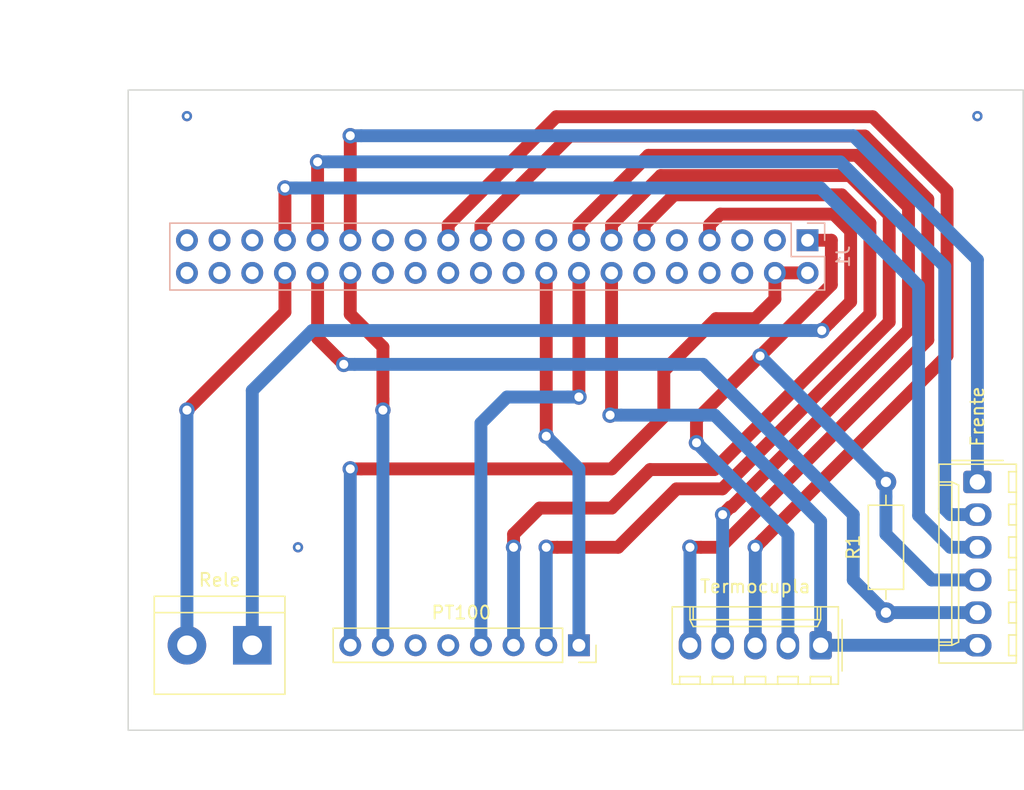
<source format=kicad_pcb>
(kicad_pcb (version 20171130) (host pcbnew "(5.1.2)-2")

  (general
    (thickness 1.6)
    (drawings 7)
    (tracks 166)
    (zones 0)
    (modules 6)
    (nets 16)
  )

  (page A4)
  (layers
    (0 F.Cu signal)
    (31 B.Cu signal)
    (32 B.Adhes user hide)
    (33 F.Adhes user hide)
    (34 B.Paste user hide)
    (35 F.Paste user hide)
    (36 B.SilkS user)
    (37 F.SilkS user)
    (38 B.Mask user hide)
    (39 F.Mask user hide)
    (40 Dwgs.User user)
    (41 Cmts.User user)
    (42 Eco1.User user)
    (43 Eco2.User user)
    (44 Edge.Cuts user)
    (45 Margin user hide)
    (46 B.CrtYd user hide)
    (47 F.CrtYd user hide)
    (48 B.Fab user hide)
    (49 F.Fab user hide)
  )

  (setup
    (last_trace_width 0.25)
    (user_trace_width 1)
    (trace_clearance 0.2)
    (zone_clearance 0.508)
    (zone_45_only no)
    (trace_min 0.2)
    (via_size 0.8)
    (via_drill 0.4)
    (via_min_size 0.4)
    (via_min_drill 0.3)
    (user_via 1.2 0.7)
    (uvia_size 0.3)
    (uvia_drill 0.1)
    (uvias_allowed no)
    (uvia_min_size 0.2)
    (uvia_min_drill 0.1)
    (edge_width 0.05)
    (segment_width 0.2)
    (pcb_text_width 0.3)
    (pcb_text_size 1.5 1.5)
    (mod_edge_width 0.12)
    (mod_text_size 1 1)
    (mod_text_width 0.15)
    (pad_size 1.524 1.524)
    (pad_drill 0.762)
    (pad_to_mask_clearance 0.051)
    (solder_mask_min_width 0.25)
    (aux_axis_origin 0 0)
    (visible_elements 7FFFFFFF)
    (pcbplotparams
      (layerselection 0x010fc_ffffffff)
      (usegerberextensions false)
      (usegerberattributes false)
      (usegerberadvancedattributes false)
      (creategerberjobfile false)
      (excludeedgelayer true)
      (linewidth 0.100000)
      (plotframeref false)
      (viasonmask false)
      (mode 1)
      (useauxorigin false)
      (hpglpennumber 1)
      (hpglpenspeed 20)
      (hpglpendiameter 15.000000)
      (psnegative false)
      (psa4output false)
      (plotreference true)
      (plotvalue true)
      (plotinvisibletext false)
      (padsonsilk false)
      (subtractmaskfromsilk false)
      (outputformat 1)
      (mirror false)
      (drillshape 1)
      (scaleselection 1)
      (outputdirectory ""))
  )

  (net 0 "")
  (net 1 /3v3)
  (net 2 /5v)
  (net 3 GND)
  (net 4 /r_out)
  (net 5 /p_clk)
  (net 6 /p_cs)
  (net 7 /t_cs)
  (net 8 /p_mosi)
  (net 9 /p_miso)
  (net 10 /t_miso)
  (net 11 /t_clk)
  (net 12 /led_1)
  (net 13 /led_2)
  (net 14 /b_out)
  (net 15 /led_3)

  (net_class Default "Esta es la clase de red por defecto."
    (clearance 0.2)
    (trace_width 0.25)
    (via_dia 0.8)
    (via_drill 0.4)
    (uvia_dia 0.3)
    (uvia_drill 0.1)
  )

  (net_class 1m ""
    (clearance 0.5)
    (trace_width 1)
    (via_dia 1.2)
    (via_drill 0.7)
    (uvia_dia 0.3)
    (uvia_drill 0.1)
  )

  (net_class "1m 2" ""
    (clearance 0.5)
    (trace_width 1)
    (via_dia 1)
    (via_drill 0.4)
    (uvia_dia 0.3)
    (uvia_drill 0.1)
    (add_net /3v3)
    (add_net /5v)
    (add_net /b_out)
    (add_net /led_1)
    (add_net /led_2)
    (add_net /led_3)
    (add_net /p_clk)
    (add_net /p_cs)
    (add_net /p_miso)
    (add_net /p_mosi)
    (add_net /r_out)
    (add_net /t_clk)
    (add_net /t_cs)
    (add_net /t_miso)
    (add_net GND)
  )

  (module Connector_PinSocket_2.54mm:PinSocket_2x20_P2.54mm_Vertical (layer B.Cu) (tedit 5A19A433) (tstamp 5DC8E749)
    (at 154.432 86.868 90)
    (descr "Through hole straight socket strip, 2x20, 2.54mm pitch, double cols (from Kicad 4.0.7), script generated")
    (tags "Through hole socket strip THT 2x20 2.54mm double row")
    (path /5DC858BB)
    (fp_text reference J1 (at -1.27 2.77 90) (layer B.SilkS)
      (effects (font (size 1 1) (thickness 0.15)) (justify mirror))
    )
    (fp_text value "Raspberry Pi" (at -1.27 -51.03 90) (layer B.Fab)
      (effects (font (size 1 1) (thickness 0.15)) (justify mirror))
    )
    (fp_line (start -3.81 1.27) (end 0.27 1.27) (layer B.Fab) (width 0.1))
    (fp_line (start 0.27 1.27) (end 1.27 0.27) (layer B.Fab) (width 0.1))
    (fp_line (start 1.27 0.27) (end 1.27 -49.53) (layer B.Fab) (width 0.1))
    (fp_line (start 1.27 -49.53) (end -3.81 -49.53) (layer B.Fab) (width 0.1))
    (fp_line (start -3.81 -49.53) (end -3.81 1.27) (layer B.Fab) (width 0.1))
    (fp_line (start -3.87 1.33) (end -1.27 1.33) (layer B.SilkS) (width 0.12))
    (fp_line (start -3.87 1.33) (end -3.87 -49.59) (layer B.SilkS) (width 0.12))
    (fp_line (start -3.87 -49.59) (end 1.33 -49.59) (layer B.SilkS) (width 0.12))
    (fp_line (start 1.33 -1.27) (end 1.33 -49.59) (layer B.SilkS) (width 0.12))
    (fp_line (start -1.27 -1.27) (end 1.33 -1.27) (layer B.SilkS) (width 0.12))
    (fp_line (start -1.27 1.33) (end -1.27 -1.27) (layer B.SilkS) (width 0.12))
    (fp_line (start 1.33 1.33) (end 1.33 0) (layer B.SilkS) (width 0.12))
    (fp_line (start 0 1.33) (end 1.33 1.33) (layer B.SilkS) (width 0.12))
    (fp_line (start -4.34 1.8) (end 1.76 1.8) (layer B.CrtYd) (width 0.05))
    (fp_line (start 1.76 1.8) (end 1.76 -50) (layer B.CrtYd) (width 0.05))
    (fp_line (start 1.76 -50) (end -4.34 -50) (layer B.CrtYd) (width 0.05))
    (fp_line (start -4.34 -50) (end -4.34 1.8) (layer B.CrtYd) (width 0.05))
    (fp_text user %R (at -1.27 -24.13 180) (layer B.Fab)
      (effects (font (size 1 1) (thickness 0.15)) (justify mirror))
    )
    (pad 1 thru_hole rect (at 0 0 90) (size 1.7 1.7) (drill 1) (layers *.Cu *.Mask)
      (net 1 /3v3))
    (pad 2 thru_hole oval (at -2.54 0 90) (size 1.7 1.7) (drill 1) (layers *.Cu *.Mask)
      (net 2 /5v))
    (pad 3 thru_hole oval (at 0 -2.54 90) (size 1.7 1.7) (drill 1) (layers *.Cu *.Mask))
    (pad 4 thru_hole oval (at -2.54 -2.54 90) (size 1.7 1.7) (drill 1) (layers *.Cu *.Mask)
      (net 2 /5v))
    (pad 5 thru_hole oval (at 0 -5.08 90) (size 1.7 1.7) (drill 1) (layers *.Cu *.Mask))
    (pad 6 thru_hole oval (at -2.54 -5.08 90) (size 1.7 1.7) (drill 1) (layers *.Cu *.Mask)
      (net 3 GND))
    (pad 7 thru_hole oval (at 0 -7.62 90) (size 1.7 1.7) (drill 1) (layers *.Cu *.Mask)
      (net 4 /r_out))
    (pad 8 thru_hole oval (at -2.54 -7.62 90) (size 1.7 1.7) (drill 1) (layers *.Cu *.Mask))
    (pad 9 thru_hole oval (at 0 -10.16 90) (size 1.7 1.7) (drill 1) (layers *.Cu *.Mask))
    (pad 10 thru_hole oval (at -2.54 -10.16 90) (size 1.7 1.7) (drill 1) (layers *.Cu *.Mask))
    (pad 11 thru_hole oval (at 0 -12.7 90) (size 1.7 1.7) (drill 1) (layers *.Cu *.Mask)
      (net 5 /p_clk))
    (pad 12 thru_hole oval (at -2.54 -12.7 90) (size 1.7 1.7) (drill 1) (layers *.Cu *.Mask))
    (pad 13 thru_hole oval (at 0 -15.24 90) (size 1.7 1.7) (drill 1) (layers *.Cu *.Mask)
      (net 6 /p_cs))
    (pad 14 thru_hole oval (at -2.54 -15.24 90) (size 1.7 1.7) (drill 1) (layers *.Cu *.Mask)
      (net 3 GND))
    (pad 15 thru_hole oval (at 0 -17.78 90) (size 1.7 1.7) (drill 1) (layers *.Cu *.Mask)
      (net 7 /t_cs))
    (pad 16 thru_hole oval (at -2.54 -17.78 90) (size 1.7 1.7) (drill 1) (layers *.Cu *.Mask)
      (net 8 /p_mosi))
    (pad 17 thru_hole oval (at 0 -20.32 90) (size 1.7 1.7) (drill 1) (layers *.Cu *.Mask))
    (pad 18 thru_hole oval (at -2.54 -20.32 90) (size 1.7 1.7) (drill 1) (layers *.Cu *.Mask)
      (net 9 /p_miso))
    (pad 19 thru_hole oval (at 0 -22.86 90) (size 1.7 1.7) (drill 1) (layers *.Cu *.Mask))
    (pad 20 thru_hole oval (at -2.54 -22.86 90) (size 1.7 1.7) (drill 1) (layers *.Cu *.Mask)
      (net 3 GND))
    (pad 21 thru_hole oval (at 0 -25.4 90) (size 1.7 1.7) (drill 1) (layers *.Cu *.Mask)
      (net 10 /t_miso))
    (pad 22 thru_hole oval (at -2.54 -25.4 90) (size 1.7 1.7) (drill 1) (layers *.Cu *.Mask))
    (pad 23 thru_hole oval (at 0 -27.94 90) (size 1.7 1.7) (drill 1) (layers *.Cu *.Mask)
      (net 11 /t_clk))
    (pad 24 thru_hole oval (at -2.54 -27.94 90) (size 1.7 1.7) (drill 1) (layers *.Cu *.Mask))
    (pad 25 thru_hole oval (at 0 -30.48 90) (size 1.7 1.7) (drill 1) (layers *.Cu *.Mask))
    (pad 26 thru_hole oval (at -2.54 -30.48 90) (size 1.7 1.7) (drill 1) (layers *.Cu *.Mask))
    (pad 27 thru_hole oval (at 0 -33.02 90) (size 1.7 1.7) (drill 1) (layers *.Cu *.Mask))
    (pad 28 thru_hole oval (at -2.54 -33.02 90) (size 1.7 1.7) (drill 1) (layers *.Cu *.Mask))
    (pad 29 thru_hole oval (at 0 -35.56 90) (size 1.7 1.7) (drill 1) (layers *.Cu *.Mask)
      (net 12 /led_1))
    (pad 30 thru_hole oval (at -2.54 -35.56 90) (size 1.7 1.7) (drill 1) (layers *.Cu *.Mask)
      (net 3 GND))
    (pad 31 thru_hole oval (at 0 -38.1 90) (size 1.7 1.7) (drill 1) (layers *.Cu *.Mask)
      (net 13 /led_2))
    (pad 32 thru_hole oval (at -2.54 -38.1 90) (size 1.7 1.7) (drill 1) (layers *.Cu *.Mask)
      (net 14 /b_out))
    (pad 33 thru_hole oval (at 0 -40.64 90) (size 1.7 1.7) (drill 1) (layers *.Cu *.Mask)
      (net 15 /led_3))
    (pad 34 thru_hole oval (at -2.54 -40.64 90) (size 1.7 1.7) (drill 1) (layers *.Cu *.Mask)
      (net 3 GND))
    (pad 35 thru_hole oval (at 0 -43.18 90) (size 1.7 1.7) (drill 1) (layers *.Cu *.Mask))
    (pad 36 thru_hole oval (at -2.54 -43.18 90) (size 1.7 1.7) (drill 1) (layers *.Cu *.Mask))
    (pad 37 thru_hole oval (at 0 -45.72 90) (size 1.7 1.7) (drill 1) (layers *.Cu *.Mask))
    (pad 38 thru_hole oval (at -2.54 -45.72 90) (size 1.7 1.7) (drill 1) (layers *.Cu *.Mask))
    (pad 39 thru_hole oval (at 0 -48.26 90) (size 1.7 1.7) (drill 1) (layers *.Cu *.Mask))
    (pad 40 thru_hole oval (at -2.54 -48.26 90) (size 1.7 1.7) (drill 1) (layers *.Cu *.Mask))
    (model ${KISYS3DMOD}/Connector_PinSocket_2.54mm.3dshapes/PinSocket_2x20_P2.54mm_Vertical.wrl
      (at (xyz 0 0 0))
      (scale (xyz 1 1 1))
      (rotate (xyz 0 0 0))
    )
  )

  (module Connector_Molex:Molex_KK-254_AE-6410-05A_1x05_P2.54mm_Vertical (layer F.Cu) (tedit 5B78013E) (tstamp 5E41D859)
    (at 155.448 118.364 180)
    (descr "Molex KK-254 Interconnect System, old/engineering part number: AE-6410-05A example for new part number: 22-27-2051, 5 Pins (http://www.molex.com/pdm_docs/sd/022272021_sd.pdf), generated with kicad-footprint-generator")
    (tags "connector Molex KK-254 side entry")
    (path /5DC83F29)
    (fp_text reference Termocupla (at 5.08 4.572) (layer F.SilkS)
      (effects (font (size 1 1) (thickness 0.15)))
    )
    (fp_text value Termocupla (at 5.08 4.08) (layer F.Fab)
      (effects (font (size 1 1) (thickness 0.15)))
    )
    (fp_line (start -1.27 -2.92) (end -1.27 2.88) (layer F.Fab) (width 0.1))
    (fp_line (start -1.27 2.88) (end 11.43 2.88) (layer F.Fab) (width 0.1))
    (fp_line (start 11.43 2.88) (end 11.43 -2.92) (layer F.Fab) (width 0.1))
    (fp_line (start 11.43 -2.92) (end -1.27 -2.92) (layer F.Fab) (width 0.1))
    (fp_line (start -1.38 -3.03) (end -1.38 2.99) (layer F.SilkS) (width 0.12))
    (fp_line (start -1.38 2.99) (end 11.54 2.99) (layer F.SilkS) (width 0.12))
    (fp_line (start 11.54 2.99) (end 11.54 -3.03) (layer F.SilkS) (width 0.12))
    (fp_line (start 11.54 -3.03) (end -1.38 -3.03) (layer F.SilkS) (width 0.12))
    (fp_line (start -1.67 -2) (end -1.67 2) (layer F.SilkS) (width 0.12))
    (fp_line (start -1.27 -0.5) (end -0.562893 0) (layer F.Fab) (width 0.1))
    (fp_line (start -0.562893 0) (end -1.27 0.5) (layer F.Fab) (width 0.1))
    (fp_line (start 0 2.99) (end 0 1.99) (layer F.SilkS) (width 0.12))
    (fp_line (start 0 1.99) (end 10.16 1.99) (layer F.SilkS) (width 0.12))
    (fp_line (start 10.16 1.99) (end 10.16 2.99) (layer F.SilkS) (width 0.12))
    (fp_line (start 0 1.99) (end 0.25 1.46) (layer F.SilkS) (width 0.12))
    (fp_line (start 0.25 1.46) (end 9.91 1.46) (layer F.SilkS) (width 0.12))
    (fp_line (start 9.91 1.46) (end 10.16 1.99) (layer F.SilkS) (width 0.12))
    (fp_line (start 0.25 2.99) (end 0.25 1.99) (layer F.SilkS) (width 0.12))
    (fp_line (start 9.91 2.99) (end 9.91 1.99) (layer F.SilkS) (width 0.12))
    (fp_line (start -0.8 -3.03) (end -0.8 -2.43) (layer F.SilkS) (width 0.12))
    (fp_line (start -0.8 -2.43) (end 0.8 -2.43) (layer F.SilkS) (width 0.12))
    (fp_line (start 0.8 -2.43) (end 0.8 -3.03) (layer F.SilkS) (width 0.12))
    (fp_line (start 1.74 -3.03) (end 1.74 -2.43) (layer F.SilkS) (width 0.12))
    (fp_line (start 1.74 -2.43) (end 3.34 -2.43) (layer F.SilkS) (width 0.12))
    (fp_line (start 3.34 -2.43) (end 3.34 -3.03) (layer F.SilkS) (width 0.12))
    (fp_line (start 4.28 -3.03) (end 4.28 -2.43) (layer F.SilkS) (width 0.12))
    (fp_line (start 4.28 -2.43) (end 5.88 -2.43) (layer F.SilkS) (width 0.12))
    (fp_line (start 5.88 -2.43) (end 5.88 -3.03) (layer F.SilkS) (width 0.12))
    (fp_line (start 6.82 -3.03) (end 6.82 -2.43) (layer F.SilkS) (width 0.12))
    (fp_line (start 6.82 -2.43) (end 8.42 -2.43) (layer F.SilkS) (width 0.12))
    (fp_line (start 8.42 -2.43) (end 8.42 -3.03) (layer F.SilkS) (width 0.12))
    (fp_line (start 9.36 -3.03) (end 9.36 -2.43) (layer F.SilkS) (width 0.12))
    (fp_line (start 9.36 -2.43) (end 10.96 -2.43) (layer F.SilkS) (width 0.12))
    (fp_line (start 10.96 -2.43) (end 10.96 -3.03) (layer F.SilkS) (width 0.12))
    (fp_line (start -1.77 -3.42) (end -1.77 3.38) (layer F.CrtYd) (width 0.05))
    (fp_line (start -1.77 3.38) (end 11.93 3.38) (layer F.CrtYd) (width 0.05))
    (fp_line (start 11.93 3.38) (end 11.93 -3.42) (layer F.CrtYd) (width 0.05))
    (fp_line (start 11.93 -3.42) (end -1.77 -3.42) (layer F.CrtYd) (width 0.05))
    (fp_text user %R (at 5.08 -2.22) (layer F.Fab)
      (effects (font (size 1 1) (thickness 0.15)))
    )
    (pad 1 thru_hole roundrect (at 0 0 180) (size 1.74 2.2) (drill 1.2) (layers *.Cu *.Mask) (roundrect_rratio 0.143678)
      (net 3 GND))
    (pad 2 thru_hole oval (at 2.54 0 180) (size 1.74 2.2) (drill 1.2) (layers *.Cu *.Mask)
      (net 1 /3v3))
    (pad 3 thru_hole oval (at 5.08 0 180) (size 1.74 2.2) (drill 1.2) (layers *.Cu *.Mask)
      (net 11 /t_clk))
    (pad 4 thru_hole oval (at 7.62 0 180) (size 1.74 2.2) (drill 1.2) (layers *.Cu *.Mask)
      (net 7 /t_cs))
    (pad 5 thru_hole oval (at 10.16 0 180) (size 1.74 2.2) (drill 1.2) (layers *.Cu *.Mask)
      (net 10 /t_miso))
    (model ${KISYS3DMOD}/Connector_Molex.3dshapes/Molex_KK-254_AE-6410-05A_1x05_P2.54mm_Vertical.wrl
      (at (xyz 0 0 0))
      (scale (xyz 1 1 1))
      (rotate (xyz 0 0 0))
    )
  )

  (module Connector_Molex:Molex_KK-254_AE-6410-06A_1x06_P2.54mm_Vertical (layer F.Cu) (tedit 5B78013E) (tstamp 5E41D9DD)
    (at 167.64 105.664 270)
    (descr "Molex KK-254 Interconnect System, old/engineering part number: AE-6410-06A example for new part number: 22-27-2061, 6 Pins (http://www.molex.com/pdm_docs/sd/022272021_sd.pdf), generated with kicad-footprint-generator")
    (tags "connector Molex KK-254 side entry")
    (path /5DC88155)
    (fp_text reference Frente (at -5.08 0 270) (layer F.SilkS)
      (effects (font (size 1 1) (thickness 0.15)))
    )
    (fp_text value Frente (at 6.35 4.08 90) (layer F.Fab)
      (effects (font (size 1 1) (thickness 0.15)))
    )
    (fp_line (start -1.27 -2.92) (end -1.27 2.88) (layer F.Fab) (width 0.1))
    (fp_line (start -1.27 2.88) (end 13.97 2.88) (layer F.Fab) (width 0.1))
    (fp_line (start 13.97 2.88) (end 13.97 -2.92) (layer F.Fab) (width 0.1))
    (fp_line (start 13.97 -2.92) (end -1.27 -2.92) (layer F.Fab) (width 0.1))
    (fp_line (start -1.38 -3.03) (end -1.38 2.99) (layer F.SilkS) (width 0.12))
    (fp_line (start -1.38 2.99) (end 14.08 2.99) (layer F.SilkS) (width 0.12))
    (fp_line (start 14.08 2.99) (end 14.08 -3.03) (layer F.SilkS) (width 0.12))
    (fp_line (start 14.08 -3.03) (end -1.38 -3.03) (layer F.SilkS) (width 0.12))
    (fp_line (start -1.67 -2) (end -1.67 2) (layer F.SilkS) (width 0.12))
    (fp_line (start -1.27 -0.5) (end -0.562893 0) (layer F.Fab) (width 0.1))
    (fp_line (start -0.562893 0) (end -1.27 0.5) (layer F.Fab) (width 0.1))
    (fp_line (start 0 2.99) (end 0 1.99) (layer F.SilkS) (width 0.12))
    (fp_line (start 0 1.99) (end 12.7 1.99) (layer F.SilkS) (width 0.12))
    (fp_line (start 12.7 1.99) (end 12.7 2.99) (layer F.SilkS) (width 0.12))
    (fp_line (start 0 1.99) (end 0.25 1.46) (layer F.SilkS) (width 0.12))
    (fp_line (start 0.25 1.46) (end 12.45 1.46) (layer F.SilkS) (width 0.12))
    (fp_line (start 12.45 1.46) (end 12.7 1.99) (layer F.SilkS) (width 0.12))
    (fp_line (start 0.25 2.99) (end 0.25 1.99) (layer F.SilkS) (width 0.12))
    (fp_line (start 12.45 2.99) (end 12.45 1.99) (layer F.SilkS) (width 0.12))
    (fp_line (start -0.8 -3.03) (end -0.8 -2.43) (layer F.SilkS) (width 0.12))
    (fp_line (start -0.8 -2.43) (end 0.8 -2.43) (layer F.SilkS) (width 0.12))
    (fp_line (start 0.8 -2.43) (end 0.8 -3.03) (layer F.SilkS) (width 0.12))
    (fp_line (start 1.74 -3.03) (end 1.74 -2.43) (layer F.SilkS) (width 0.12))
    (fp_line (start 1.74 -2.43) (end 3.34 -2.43) (layer F.SilkS) (width 0.12))
    (fp_line (start 3.34 -2.43) (end 3.34 -3.03) (layer F.SilkS) (width 0.12))
    (fp_line (start 4.28 -3.03) (end 4.28 -2.43) (layer F.SilkS) (width 0.12))
    (fp_line (start 4.28 -2.43) (end 5.88 -2.43) (layer F.SilkS) (width 0.12))
    (fp_line (start 5.88 -2.43) (end 5.88 -3.03) (layer F.SilkS) (width 0.12))
    (fp_line (start 6.82 -3.03) (end 6.82 -2.43) (layer F.SilkS) (width 0.12))
    (fp_line (start 6.82 -2.43) (end 8.42 -2.43) (layer F.SilkS) (width 0.12))
    (fp_line (start 8.42 -2.43) (end 8.42 -3.03) (layer F.SilkS) (width 0.12))
    (fp_line (start 9.36 -3.03) (end 9.36 -2.43) (layer F.SilkS) (width 0.12))
    (fp_line (start 9.36 -2.43) (end 10.96 -2.43) (layer F.SilkS) (width 0.12))
    (fp_line (start 10.96 -2.43) (end 10.96 -3.03) (layer F.SilkS) (width 0.12))
    (fp_line (start 11.9 -3.03) (end 11.9 -2.43) (layer F.SilkS) (width 0.12))
    (fp_line (start 11.9 -2.43) (end 13.5 -2.43) (layer F.SilkS) (width 0.12))
    (fp_line (start 13.5 -2.43) (end 13.5 -3.03) (layer F.SilkS) (width 0.12))
    (fp_line (start -1.77 -3.42) (end -1.77 3.38) (layer F.CrtYd) (width 0.05))
    (fp_line (start -1.77 3.38) (end 14.47 3.38) (layer F.CrtYd) (width 0.05))
    (fp_line (start 14.47 3.38) (end 14.47 -3.42) (layer F.CrtYd) (width 0.05))
    (fp_line (start 14.47 -3.42) (end -1.77 -3.42) (layer F.CrtYd) (width 0.05))
    (fp_text user %R (at 6.35 -2.22 90) (layer F.Fab)
      (effects (font (size 1 1) (thickness 0.15)))
    )
    (pad 1 thru_hole roundrect (at 0 0 270) (size 1.74 2.2) (drill 1.2) (layers *.Cu *.Mask) (roundrect_rratio 0.143678)
      (net 12 /led_1))
    (pad 2 thru_hole oval (at 2.54 0 270) (size 1.74 2.2) (drill 1.2) (layers *.Cu *.Mask)
      (net 13 /led_2))
    (pad 3 thru_hole oval (at 5.08 0 270) (size 1.74 2.2) (drill 1.2) (layers *.Cu *.Mask)
      (net 15 /led_3))
    (pad 4 thru_hole oval (at 7.62 0 270) (size 1.74 2.2) (drill 1.2) (layers *.Cu *.Mask)
      (net 1 /3v3))
    (pad 5 thru_hole oval (at 10.16 0 270) (size 1.74 2.2) (drill 1.2) (layers *.Cu *.Mask)
      (net 14 /b_out))
    (pad 6 thru_hole oval (at 12.7 0 270) (size 1.74 2.2) (drill 1.2) (layers *.Cu *.Mask)
      (net 3 GND))
    (model ${KISYS3DMOD}/Connector_Molex.3dshapes/Molex_KK-254_AE-6410-06A_1x06_P2.54mm_Vertical.wrl
      (at (xyz 0 0 0))
      (scale (xyz 1 1 1))
      (rotate (xyz 0 0 0))
    )
  )

  (module Connector_PinSocket_2.54mm:PinSocket_1x08_P2.54mm_Vertical (layer F.Cu) (tedit 5A19A420) (tstamp 5DC8E63D)
    (at 136.652 118.364 270)
    (descr "Through hole straight socket strip, 1x08, 2.54mm pitch, single row (from Kicad 4.0.7), script generated")
    (tags "Through hole socket strip THT 1x08 2.54mm single row")
    (path /5DC8365F)
    (fp_text reference PT100 (at -2.54 9.144 180) (layer F.SilkS)
      (effects (font (size 1 1) (thickness 0.15)))
    )
    (fp_text value PT100 (at 0 20.55 90) (layer F.Fab)
      (effects (font (size 1 1) (thickness 0.15)))
    )
    (fp_line (start -1.27 -1.27) (end 0.635 -1.27) (layer F.Fab) (width 0.1))
    (fp_line (start 0.635 -1.27) (end 1.27 -0.635) (layer F.Fab) (width 0.1))
    (fp_line (start 1.27 -0.635) (end 1.27 19.05) (layer F.Fab) (width 0.1))
    (fp_line (start 1.27 19.05) (end -1.27 19.05) (layer F.Fab) (width 0.1))
    (fp_line (start -1.27 19.05) (end -1.27 -1.27) (layer F.Fab) (width 0.1))
    (fp_line (start -1.33 1.27) (end 1.33 1.27) (layer F.SilkS) (width 0.12))
    (fp_line (start -1.33 1.27) (end -1.33 19.11) (layer F.SilkS) (width 0.12))
    (fp_line (start -1.33 19.11) (end 1.33 19.11) (layer F.SilkS) (width 0.12))
    (fp_line (start 1.33 1.27) (end 1.33 19.11) (layer F.SilkS) (width 0.12))
    (fp_line (start 1.33 -1.33) (end 1.33 0) (layer F.SilkS) (width 0.12))
    (fp_line (start 0 -1.33) (end 1.33 -1.33) (layer F.SilkS) (width 0.12))
    (fp_line (start -1.8 -1.8) (end 1.75 -1.8) (layer F.CrtYd) (width 0.05))
    (fp_line (start 1.75 -1.8) (end 1.75 19.55) (layer F.CrtYd) (width 0.05))
    (fp_line (start 1.75 19.55) (end -1.8 19.55) (layer F.CrtYd) (width 0.05))
    (fp_line (start -1.8 19.55) (end -1.8 -1.8) (layer F.CrtYd) (width 0.05))
    (fp_text user %R (at 0 8.89) (layer F.Fab)
      (effects (font (size 1 1) (thickness 0.15)))
    )
    (pad 1 thru_hole rect (at 0 0 270) (size 1.7 1.7) (drill 1) (layers *.Cu *.Mask)
      (net 9 /p_miso))
    (pad 2 thru_hole oval (at 0 2.54 270) (size 1.7 1.7) (drill 1) (layers *.Cu *.Mask)
      (net 6 /p_cs))
    (pad 3 thru_hole oval (at 0 5.08 270) (size 1.7 1.7) (drill 1) (layers *.Cu *.Mask)
      (net 5 /p_clk))
    (pad 4 thru_hole oval (at 0 7.62 270) (size 1.7 1.7) (drill 1) (layers *.Cu *.Mask)
      (net 8 /p_mosi))
    (pad 5 thru_hole oval (at 0 10.16 270) (size 1.7 1.7) (drill 1) (layers *.Cu *.Mask))
    (pad 6 thru_hole oval (at 0 12.7 270) (size 1.7 1.7) (drill 1) (layers *.Cu *.Mask))
    (pad 7 thru_hole oval (at 0 15.24 270) (size 1.7 1.7) (drill 1) (layers *.Cu *.Mask)
      (net 3 GND))
    (pad 8 thru_hole oval (at 0 17.78 270) (size 1.7 1.7) (drill 1) (layers *.Cu *.Mask)
      (net 2 /5v))
    (model ${KISYS3DMOD}/Connector_PinSocket_2.54mm.3dshapes/PinSocket_1x08_P2.54mm_Vertical.wrl
      (at (xyz 0 0 0))
      (scale (xyz 1 1 1))
      (rotate (xyz 0 0 0))
    )
  )

  (module TerminalBlock:TerminalBlock_bornier-2_P5.08mm (layer F.Cu) (tedit 59FF03AB) (tstamp 5DC8E864)
    (at 111.252 118.364 180)
    (descr "simple 2-pin terminal block, pitch 5.08mm, revamped version of bornier2")
    (tags "terminal block bornier2")
    (path /5DC84EF3)
    (fp_text reference Rele (at 2.54 5.08) (layer F.SilkS)
      (effects (font (size 1 1) (thickness 0.15)))
    )
    (fp_text value Rele (at 2.54 5.08) (layer F.Fab)
      (effects (font (size 1 1) (thickness 0.15)))
    )
    (fp_text user %R (at 2.54 0) (layer F.Fab)
      (effects (font (size 1 1) (thickness 0.15)))
    )
    (fp_line (start -2.41 2.55) (end 7.49 2.55) (layer F.Fab) (width 0.1))
    (fp_line (start -2.46 -3.75) (end -2.46 3.75) (layer F.Fab) (width 0.1))
    (fp_line (start -2.46 3.75) (end 7.54 3.75) (layer F.Fab) (width 0.1))
    (fp_line (start 7.54 3.75) (end 7.54 -3.75) (layer F.Fab) (width 0.1))
    (fp_line (start 7.54 -3.75) (end -2.46 -3.75) (layer F.Fab) (width 0.1))
    (fp_line (start 7.62 2.54) (end -2.54 2.54) (layer F.SilkS) (width 0.12))
    (fp_line (start 7.62 3.81) (end 7.62 -3.81) (layer F.SilkS) (width 0.12))
    (fp_line (start 7.62 -3.81) (end -2.54 -3.81) (layer F.SilkS) (width 0.12))
    (fp_line (start -2.54 -3.81) (end -2.54 3.81) (layer F.SilkS) (width 0.12))
    (fp_line (start -2.54 3.81) (end 7.62 3.81) (layer F.SilkS) (width 0.12))
    (fp_line (start -2.71 -4) (end 7.79 -4) (layer F.CrtYd) (width 0.05))
    (fp_line (start -2.71 -4) (end -2.71 4) (layer F.CrtYd) (width 0.05))
    (fp_line (start 7.79 4) (end 7.79 -4) (layer F.CrtYd) (width 0.05))
    (fp_line (start 7.79 4) (end -2.71 4) (layer F.CrtYd) (width 0.05))
    (pad 1 thru_hole rect (at 0 0 180) (size 3 3) (drill 1.52) (layers *.Cu *.Mask)
      (net 4 /r_out))
    (pad 2 thru_hole circle (at 5.08 0 180) (size 3 3) (drill 1.52) (layers *.Cu *.Mask)
      (net 3 GND))
    (model ${KISYS3DMOD}/TerminalBlock.3dshapes/TerminalBlock_bornier-2_P5.08mm.wrl
      (offset (xyz 2.539999961853027 0 0))
      (scale (xyz 1 1 1))
      (rotate (xyz 0 0 0))
    )
  )

  (module Resistor_THT:R_Axial_DIN0207_L6.3mm_D2.5mm_P10.16mm_Horizontal (layer F.Cu) (tedit 5AE5139B) (tstamp 5E41D914)
    (at 160.528 105.664 270)
    (descr "Resistor, Axial_DIN0207 series, Axial, Horizontal, pin pitch=10.16mm, 0.25W = 1/4W, length*diameter=6.3*2.5mm^2, http://cdn-reichelt.de/documents/datenblatt/B400/1_4W%23YAG.pdf")
    (tags "Resistor Axial_DIN0207 series Axial Horizontal pin pitch 10.16mm 0.25W = 1/4W length 6.3mm diameter 2.5mm")
    (path /5DCB653E)
    (fp_text reference R1 (at 5.08 2.54 90) (layer F.SilkS)
      (effects (font (size 1 1) (thickness 0.15)))
    )
    (fp_text value R (at 5.08 2.37 90) (layer F.Fab)
      (effects (font (size 1 1) (thickness 0.15)))
    )
    (fp_line (start 1.93 -1.25) (end 1.93 1.25) (layer F.Fab) (width 0.1))
    (fp_line (start 1.93 1.25) (end 8.23 1.25) (layer F.Fab) (width 0.1))
    (fp_line (start 8.23 1.25) (end 8.23 -1.25) (layer F.Fab) (width 0.1))
    (fp_line (start 8.23 -1.25) (end 1.93 -1.25) (layer F.Fab) (width 0.1))
    (fp_line (start 0 0) (end 1.93 0) (layer F.Fab) (width 0.1))
    (fp_line (start 10.16 0) (end 8.23 0) (layer F.Fab) (width 0.1))
    (fp_line (start 1.81 -1.37) (end 1.81 1.37) (layer F.SilkS) (width 0.12))
    (fp_line (start 1.81 1.37) (end 8.35 1.37) (layer F.SilkS) (width 0.12))
    (fp_line (start 8.35 1.37) (end 8.35 -1.37) (layer F.SilkS) (width 0.12))
    (fp_line (start 8.35 -1.37) (end 1.81 -1.37) (layer F.SilkS) (width 0.12))
    (fp_line (start 1.04 0) (end 1.81 0) (layer F.SilkS) (width 0.12))
    (fp_line (start 9.12 0) (end 8.35 0) (layer F.SilkS) (width 0.12))
    (fp_line (start -1.05 -1.5) (end -1.05 1.5) (layer F.CrtYd) (width 0.05))
    (fp_line (start -1.05 1.5) (end 11.21 1.5) (layer F.CrtYd) (width 0.05))
    (fp_line (start 11.21 1.5) (end 11.21 -1.5) (layer F.CrtYd) (width 0.05))
    (fp_line (start 11.21 -1.5) (end -1.05 -1.5) (layer F.CrtYd) (width 0.05))
    (fp_text user %R (at 5.08 0 90) (layer F.Fab)
      (effects (font (size 1 1) (thickness 0.15)))
    )
    (pad 1 thru_hole circle (at 0 0 270) (size 1.6 1.6) (drill 0.8) (layers *.Cu *.Mask)
      (net 1 /3v3))
    (pad 2 thru_hole oval (at 10.16 0 270) (size 1.6 1.6) (drill 0.8) (layers *.Cu *.Mask)
      (net 14 /b_out))
    (model ${KISYS3DMOD}/Resistor_THT.3dshapes/R_Axial_DIN0207_L6.3mm_D2.5mm_P10.16mm_Horizontal.wrl
      (at (xyz 0 0 0))
      (scale (xyz 1 1 1))
      (rotate (xyz 0 0 0))
    )
  )

  (dimension 69.596 (width 0.15) (layer Eco2.User)
    (gr_text "69.596 mm" (at 136.398 130.268) (layer Eco2.User)
      (effects (font (size 1 1) (thickness 0.15)))
    )
    (feature1 (pts (xy 171.196 124.968) (xy 171.196 129.554421)))
    (feature2 (pts (xy 101.6 124.968) (xy 101.6 129.554421)))
    (crossbar (pts (xy 101.6 128.968) (xy 171.196 128.968)))
    (arrow1a (pts (xy 171.196 128.968) (xy 170.069496 129.554421)))
    (arrow1b (pts (xy 171.196 128.968) (xy 170.069496 128.381579)))
    (arrow2a (pts (xy 101.6 128.968) (xy 102.726504 129.554421)))
    (arrow2b (pts (xy 101.6 128.968) (xy 102.726504 128.381579)))
  )
  (gr_line (start 171.196 75.184) (end 101.6 75.184) (layer Edge.Cuts) (width 0.1))
  (gr_line (start 171.196 124.968) (end 171.196 75.184) (layer Edge.Cuts) (width 0.1))
  (gr_line (start 101.6 124.968) (end 171.196 124.968) (layer Edge.Cuts) (width 0.1))
  (gr_line (start 101.6 75.184) (end 101.6 124.968) (layer Edge.Cuts) (width 0.1))
  (dimension 5 (width 0.15) (layer Eco2.User) (tstamp 5E409356)
    (gr_text "5.000 mm" (at 104.1 68.884) (layer Eco2.User) (tstamp 5E409356)
      (effects (font (size 1 1) (thickness 0.15)))
    )
    (feature1 (pts (xy 106.6 75.184) (xy 106.6 69.597579)))
    (feature2 (pts (xy 101.6 75.184) (xy 101.6 69.597579)))
    (crossbar (pts (xy 101.6 70.184) (xy 106.6 70.184)))
    (arrow1a (pts (xy 106.6 70.184) (xy 105.473496 70.770421)))
    (arrow1b (pts (xy 106.6 70.184) (xy 105.473496 69.597579)))
    (arrow2a (pts (xy 101.6 70.184) (xy 102.726504 70.770421)))
    (arrow2b (pts (xy 101.6 70.184) (xy 102.726504 69.597579)))
  )
  (dimension 49.784 (width 0.15) (layer Eco2.User) (tstamp 5E409362)
    (gr_text "49.784 mm" (at 95.3 100.076 270) (layer Eco2.User) (tstamp 5E409362)
      (effects (font (size 1 1) (thickness 0.15)))
    )
    (feature1 (pts (xy 101.6 124.968) (xy 96.013579 124.968)))
    (feature2 (pts (xy 101.6 75.184) (xy 96.013579 75.184)))
    (crossbar (pts (xy 96.6 75.184) (xy 96.6 124.968)))
    (arrow1a (pts (xy 96.6 124.968) (xy 96.013579 123.841496)))
    (arrow1b (pts (xy 96.6 124.968) (xy 97.186421 123.841496)))
    (arrow2a (pts (xy 96.6 75.184) (xy 96.013579 76.310504)))
    (arrow2b (pts (xy 96.6 75.184) (xy 97.186421 76.310504)))
  )

  (via (at 167.64 77.216) (size 0.8) (drill 0.4) (layers F.Cu B.Cu) (net 0))
  (via (at 114.808 110.744) (size 0.8) (drill 0.4) (layers F.Cu B.Cu) (net 0))
  (via (at 106.172 77.216) (size 0.8) (drill 0.4) (layers F.Cu B.Cu) (net 0))
  (segment (start 152.908 109.728004) (end 146.395999 103.216003) (width 1) (layer B.Cu) (net 1))
  (segment (start 152.908 118.364) (end 152.908 109.728004) (width 1) (layer B.Cu) (net 1))
  (via (at 145.796 102.616004) (size 1.2) (drill 0.7) (layers F.Cu B.Cu) (net 1))
  (segment (start 146.395999 103.216003) (end 145.796 102.616004) (width 1) (layer B.Cu) (net 1))
  (via (at 150.737376 95.87338) (size 1.2) (drill 0.7) (layers F.Cu B.Cu) (net 1))
  (segment (start 145.796 100.814756) (end 150.137377 96.473379) (width 1) (layer F.Cu) (net 1))
  (segment (start 160.528 105.664) (end 150.73738 95.87338) (width 1) (layer B.Cu) (net 1))
  (segment (start 154.432 86.868) (end 156.282001 86.868001) (width 1) (layer F.Cu) (net 1))
  (segment (start 156.282001 90.328755) (end 150.737376 95.87338) (width 1) (layer F.Cu) (net 1))
  (segment (start 150.137377 96.473379) (end 150.737376 95.87338) (width 1) (layer F.Cu) (net 1))
  (segment (start 156.282001 86.868001) (end 156.282001 90.328755) (width 1) (layer F.Cu) (net 1))
  (segment (start 145.796 102.616004) (end 145.796 100.814756) (width 1) (layer F.Cu) (net 1))
  (segment (start 150.73738 95.87338) (end 150.737376 95.87338) (width 1) (layer B.Cu) (net 1))
  (segment (start 160.528 106.79537) (end 160.528 105.664) (width 1) (layer B.Cu) (net 1))
  (segment (start 160.528 109.728) (end 160.528 106.79537) (width 1) (layer B.Cu) (net 1))
  (segment (start 167.64 113.284) (end 164.084 113.284) (width 1) (layer B.Cu) (net 1))
  (segment (start 164.084 113.284) (end 160.528 109.728) (width 1) (layer B.Cu) (net 1))
  (segment (start 154.432 89.408) (end 151.892 89.408) (width 1) (layer F.Cu) (net 2) (tstamp 5DC8E88D))
  (segment (start 118.872 104.648) (end 118.872019 104.647981) (width 1) (layer B.Cu) (net 2))
  (segment (start 118.872 118.364) (end 118.872 104.648) (width 1) (layer B.Cu) (net 2))
  (via (at 118.872019 104.647981) (size 1.2) (drill 0.7) (layers F.Cu B.Cu) (net 2))
  (segment (start 119.720547 104.647981) (end 118.872019 104.647981) (width 1) (layer F.Cu) (net 2))
  (segment (start 151.892 89.408) (end 151.892 91.44) (width 1) (layer F.Cu) (net 2))
  (segment (start 139.192019 104.647981) (end 119.720547 104.647981) (width 1) (layer F.Cu) (net 2))
  (segment (start 150.368 92.964) (end 147.32 92.964) (width 1) (layer F.Cu) (net 2))
  (segment (start 151.892 91.44) (end 150.368 92.964) (width 1) (layer F.Cu) (net 2))
  (segment (start 147.32 92.964) (end 143.256 97.028) (width 1) (layer F.Cu) (net 2))
  (segment (start 143.256 97.028) (end 143.256 100.584) (width 1) (layer F.Cu) (net 2))
  (segment (start 143.256 100.584) (end 139.192019 104.647981) (width 1) (layer F.Cu) (net 2))
  (segment (start 155.448 118.364) (end 167.64 118.364) (width 1) (layer B.Cu) (net 3))
  (via (at 106.172 100.076014) (size 1.2) (drill 0.7) (layers F.Cu B.Cu) (net 3))
  (segment (start 106.172 118.364) (end 106.172 100.076014) (width 1) (layer B.Cu) (net 3))
  (segment (start 113.792 89.408) (end 113.792 92.456014) (width 1) (layer F.Cu) (net 3))
  (segment (start 113.792 92.456014) (end 106.771999 99.476015) (width 1) (layer F.Cu) (net 3))
  (segment (start 106.771999 99.476015) (end 106.172 100.076014) (width 1) (layer F.Cu) (net 3))
  (via (at 121.411989 100.076) (size 1.2) (drill 0.7) (layers F.Cu B.Cu) (net 3))
  (segment (start 121.411989 95.167985) (end 121.411989 99.227472) (width 1) (layer F.Cu) (net 3))
  (segment (start 121.411989 99.227472) (end 121.411989 100.076) (width 1) (layer F.Cu) (net 3))
  (segment (start 118.872 92.627996) (end 121.411989 95.167985) (width 1) (layer F.Cu) (net 3))
  (segment (start 118.872 89.408) (end 118.872 92.627996) (width 1) (layer F.Cu) (net 3))
  (segment (start 121.412 118.364) (end 121.412 100.076011) (width 1) (layer B.Cu) (net 3))
  (segment (start 121.412 100.076011) (end 121.411989 100.076) (width 1) (layer B.Cu) (net 3))
  (via (at 139.076622 100.468622) (size 1.2) (drill 0.7) (layers F.Cu B.Cu) (net 3))
  (segment (start 155.448 118.364) (end 155.448 108.712) (width 1) (layer B.Cu) (net 3))
  (segment (start 147.204622 100.468622) (end 139.92515 100.468622) (width 1) (layer B.Cu) (net 3))
  (segment (start 139.92515 100.468622) (end 139.076622 100.468622) (width 1) (layer B.Cu) (net 3))
  (segment (start 139.192 100.353244) (end 139.076622 100.468622) (width 1) (layer F.Cu) (net 3))
  (segment (start 139.192 89.408) (end 139.192 100.353244) (width 1) (layer F.Cu) (net 3))
  (segment (start 155.448 108.712) (end 147.204622 100.468622) (width 1) (layer B.Cu) (net 3))
  (via (at 155.539994 93.888006) (size 1.2) (drill 0.7) (layers F.Cu B.Cu) (net 4))
  (segment (start 146.812 86.868) (end 146.812 85.665919) (width 1) (layer F.Cu) (net 4))
  (segment (start 147.641916 84.836003) (end 156.464002 84.836003) (width 1) (layer F.Cu) (net 4))
  (segment (start 146.812 85.665919) (end 147.641916 84.836003) (width 1) (layer F.Cu) (net 4))
  (segment (start 157.782005 86.154009) (end 157.782005 91.645995) (width 1) (layer F.Cu) (net 4))
  (segment (start 156.464002 84.836003) (end 157.782005 86.154009) (width 1) (layer F.Cu) (net 4))
  (segment (start 156.139993 93.288007) (end 155.539994 93.888006) (width 1) (layer F.Cu) (net 4))
  (segment (start 157.782005 91.645995) (end 156.139993 93.288007) (width 1) (layer F.Cu) (net 4))
  (segment (start 115.915994 93.888006) (end 154.691466 93.888006) (width 1) (layer B.Cu) (net 4))
  (segment (start 154.691466 93.888006) (end 155.539994 93.888006) (width 1) (layer B.Cu) (net 4))
  (segment (start 111.252 98.552) (end 115.915994 93.888006) (width 1) (layer B.Cu) (net 4))
  (segment (start 111.252 118.364) (end 111.252 98.552) (width 1) (layer B.Cu) (net 4))
  (segment (start 131.572 118.364) (end 131.572 110.744) (width 1) (layer B.Cu) (net 5))
  (via (at 131.572 110.744) (size 1.2) (drill 0.7) (layers F.Cu B.Cu) (net 5))
  (segment (start 131.572 109.728) (end 131.572 110.744) (width 1) (layer F.Cu) (net 5))
  (segment (start 133.604 107.696) (end 131.572 109.728) (width 1) (layer F.Cu) (net 5))
  (segment (start 139.192 107.696) (end 133.604 107.696) (width 1) (layer F.Cu) (net 5))
  (segment (start 142.187987 104.700013) (end 139.192 107.696) (width 1) (layer F.Cu) (net 5))
  (segment (start 147.185326 104.700013) (end 142.187987 104.700013) (width 1) (layer F.Cu) (net 5))
  (segment (start 141.732 85.665919) (end 144.061927 83.335992) (width 1) (layer F.Cu) (net 5))
  (segment (start 141.732 86.868) (end 141.732 85.665919) (width 1) (layer F.Cu) (net 5))
  (segment (start 144.061927 83.335992) (end 157.085326 83.335992) (width 1) (layer F.Cu) (net 5))
  (segment (start 157.085326 83.335992) (end 159.282016 85.532685) (width 1) (layer F.Cu) (net 5))
  (segment (start 159.282016 85.532685) (end 159.282016 92.603323) (width 1) (layer F.Cu) (net 5))
  (segment (start 159.282016 92.603323) (end 147.185326 104.700013) (width 1) (layer F.Cu) (net 5))
  (segment (start 134.112 118.364) (end 134.112 110.744) (width 1) (layer B.Cu) (net 6))
  (via (at 134.112 110.744) (size 1.2) (drill 0.7) (layers F.Cu B.Cu) (net 6))
  (segment (start 134.960528 110.744) (end 134.112 110.744) (width 1) (layer F.Cu) (net 6))
  (segment (start 139.7 110.744) (end 134.960528 110.744) (width 1) (layer F.Cu) (net 6))
  (segment (start 144.243976 106.200024) (end 139.7 110.744) (width 1) (layer F.Cu) (net 6))
  (segment (start 139.192 86.868) (end 139.192 85.665919) (width 1) (layer F.Cu) (net 6))
  (segment (start 139.192 85.665919) (end 143.021938 81.835981) (width 1) (layer F.Cu) (net 6))
  (segment (start 143.021938 81.835981) (end 157.706663 81.835981) (width 1) (layer F.Cu) (net 6))
  (segment (start 157.706663 81.835981) (end 160.782027 84.911347) (width 1) (layer F.Cu) (net 6))
  (segment (start 160.782027 84.911347) (end 160.782027 93.224647) (width 1) (layer F.Cu) (net 6))
  (segment (start 160.782027 93.224647) (end 147.80665 106.200024) (width 1) (layer F.Cu) (net 6))
  (segment (start 147.80665 106.200024) (end 144.243976 106.200024) (width 1) (layer F.Cu) (net 6))
  (segment (start 147.828 118.364) (end 147.828 108.204018) (width 1) (layer B.Cu) (net 7))
  (via (at 147.828 108.204018) (size 1.2) (drill 0.7) (layers F.Cu B.Cu) (net 7))
  (segment (start 142.053919 80.264) (end 158.256017 80.264) (width 1) (layer F.Cu) (net 7))
  (segment (start 148.427999 107.604019) (end 147.828 108.204018) (width 1) (layer F.Cu) (net 7))
  (segment (start 148.52399 107.604019) (end 148.427999 107.604019) (width 1) (layer F.Cu) (net 7))
  (segment (start 162.282038 84.290023) (end 162.282038 93.845971) (width 1) (layer F.Cu) (net 7))
  (segment (start 136.652 86.868) (end 136.652 85.665919) (width 1) (layer F.Cu) (net 7))
  (segment (start 136.652 85.665919) (end 142.053919 80.264) (width 1) (layer F.Cu) (net 7))
  (segment (start 158.256017 80.264) (end 162.282038 84.290023) (width 1) (layer F.Cu) (net 7))
  (segment (start 162.282038 93.845971) (end 148.52399 107.604019) (width 1) (layer F.Cu) (net 7))
  (via (at 136.652012 99.06) (size 1.2) (drill 0.7) (layers F.Cu B.Cu) (net 8))
  (segment (start 136.652 99.059988) (end 136.652012 99.06) (width 1) (layer F.Cu) (net 8))
  (segment (start 136.652 89.408) (end 136.652 99.059988) (width 1) (layer F.Cu) (net 8))
  (segment (start 135.803484 99.06) (end 136.652012 99.06) (width 1) (layer B.Cu) (net 8))
  (segment (start 131.064 99.06) (end 135.803484 99.06) (width 1) (layer B.Cu) (net 8))
  (segment (start 129.032 118.364) (end 129.032 101.092) (width 1) (layer B.Cu) (net 8))
  (segment (start 129.032 101.092) (end 131.064 99.06) (width 1) (layer B.Cu) (net 8))
  (via (at 134.112 102.108008) (size 1.2) (drill 0.7) (layers F.Cu B.Cu) (net 9))
  (segment (start 134.112 89.408) (end 134.112 102.108008) (width 1) (layer F.Cu) (net 9))
  (segment (start 136.652 118.364) (end 136.652 104.648008) (width 1) (layer B.Cu) (net 9))
  (segment (start 136.652 104.648008) (end 134.711999 102.708007) (width 1) (layer B.Cu) (net 9))
  (segment (start 134.711999 102.708007) (end 134.112 102.108008) (width 1) (layer B.Cu) (net 9))
  (segment (start 145.288 118.364) (end 145.288 110.744) (width 1) (layer B.Cu) (net 10))
  (via (at 145.288 110.744) (size 1.2) (drill 0.7) (layers F.Cu B.Cu) (net 10))
  (segment (start 129.032 85.665919) (end 135.933928 78.763991) (width 1) (layer F.Cu) (net 10))
  (segment (start 162.979629 82.866279) (end 163.782045 83.668699) (width 1) (layer F.Cu) (net 10))
  (segment (start 158.877343 78.763991) (end 162.979629 82.866279) (width 1) (layer F.Cu) (net 10))
  (segment (start 147.656002 110.744) (end 146.136528 110.744) (width 1) (layer F.Cu) (net 10))
  (segment (start 146.136528 110.744) (end 145.288 110.744) (width 1) (layer F.Cu) (net 10))
  (segment (start 163.782045 94.617957) (end 147.656002 110.744) (width 1) (layer F.Cu) (net 10))
  (segment (start 129.032 86.868) (end 129.032 85.665919) (width 1) (layer F.Cu) (net 10))
  (segment (start 135.933928 78.763991) (end 158.877343 78.763991) (width 1) (layer F.Cu) (net 10))
  (segment (start 163.782045 83.668699) (end 163.782045 94.617957) (width 1) (layer F.Cu) (net 10))
  (segment (start 150.368 110.744008) (end 150.367992 110.744) (width 1) (layer B.Cu) (net 11))
  (segment (start 134.893939 77.26398) (end 159.498688 77.26398) (width 1) (layer F.Cu) (net 11))
  (segment (start 165.282056 95.829936) (end 150.967991 110.144001) (width 1) (layer F.Cu) (net 11))
  (via (at 150.367992 110.744) (size 1.2) (drill 0.7) (layers F.Cu B.Cu) (net 11))
  (segment (start 150.368 118.364) (end 150.368 110.744008) (width 1) (layer B.Cu) (net 11))
  (segment (start 126.492 86.868) (end 126.492 85.665919) (width 1) (layer F.Cu) (net 11))
  (segment (start 150.967991 110.144001) (end 150.367992 110.744) (width 1) (layer F.Cu) (net 11))
  (segment (start 165.282056 83.047377) (end 165.282056 95.829936) (width 1) (layer F.Cu) (net 11))
  (segment (start 159.498688 77.26398) (end 165.282056 83.047377) (width 1) (layer F.Cu) (net 11))
  (segment (start 126.492 85.665919) (end 134.893939 77.26398) (width 1) (layer F.Cu) (net 11))
  (via (at 118.871998 78.74) (size 1.2) (drill 0.7) (layers F.Cu B.Cu) (net 12))
  (segment (start 118.872 86.868) (end 118.872 78.740002) (width 1) (layer F.Cu) (net 12))
  (segment (start 118.872 78.740002) (end 118.871998 78.74) (width 1) (layer F.Cu) (net 12))
  (segment (start 119.720526 78.74) (end 118.871998 78.74) (width 1) (layer B.Cu) (net 12))
  (segment (start 157.988 78.74) (end 119.720526 78.74) (width 1) (layer B.Cu) (net 12))
  (segment (start 167.64 105.664) (end 167.64 88.392) (width 1) (layer B.Cu) (net 12))
  (segment (start 167.64 88.392) (end 157.988 78.74) (width 1) (layer B.Cu) (net 12))
  (via (at 116.331982 80.772) (size 1.2) (drill 0.7) (layers F.Cu B.Cu) (net 13))
  (segment (start 116.332 86.868) (end 116.332 80.772018) (width 1) (layer F.Cu) (net 13))
  (segment (start 116.332 80.772018) (end 116.331982 80.772) (width 1) (layer F.Cu) (net 13))
  (segment (start 117.18051 80.772) (end 116.331982 80.772) (width 1) (layer B.Cu) (net 13))
  (segment (start 156.972 80.772) (end 117.18051 80.772) (width 1) (layer B.Cu) (net 13))
  (segment (start 165.1 88.9) (end 156.972 80.772) (width 1) (layer B.Cu) (net 13))
  (segment (start 165.1 107.764) (end 165.1 88.9) (width 1) (layer B.Cu) (net 13))
  (segment (start 167.64 108.204) (end 165.54 108.204) (width 1) (layer B.Cu) (net 13))
  (segment (start 165.54 108.204) (end 165.1 107.764) (width 1) (layer B.Cu) (net 13))
  (segment (start 160.528 115.824) (end 167.64 115.824) (width 1) (layer B.Cu) (net 14))
  (segment (start 116.332 94.488) (end 117.764001 95.920001) (width 1) (layer F.Cu) (net 14))
  (segment (start 116.332 89.408) (end 116.332 94.488) (width 1) (layer F.Cu) (net 14))
  (segment (start 117.764001 95.920001) (end 118.364 96.52) (width 1) (layer F.Cu) (net 14))
  (via (at 118.364 96.52) (size 1.2) (drill 0.7) (layers F.Cu B.Cu) (net 14))
  (segment (start 119.212528 96.52) (end 118.364 96.52) (width 1) (layer B.Cu) (net 14))
  (segment (start 146.304 96.52) (end 119.212528 96.52) (width 1) (layer B.Cu) (net 14))
  (segment (start 157.988 108.204) (end 146.304 96.52) (width 1) (layer B.Cu) (net 14))
  (segment (start 160.528 115.824) (end 157.988 113.284) (width 1) (layer B.Cu) (net 14))
  (segment (start 157.988 113.284) (end 157.988 108.204) (width 1) (layer B.Cu) (net 14))
  (via (at 113.792 82.80399) (size 1.2) (drill 0.7) (layers F.Cu B.Cu) (net 15))
  (segment (start 113.792 86.868) (end 113.792 82.80399) (width 1) (layer F.Cu) (net 15))
  (segment (start 114.640528 82.80399) (end 113.792 82.80399) (width 1) (layer B.Cu) (net 15))
  (segment (start 155.44799 82.80399) (end 114.640528 82.80399) (width 1) (layer B.Cu) (net 15))
  (segment (start 163.068 90.424) (end 155.44799 82.80399) (width 1) (layer B.Cu) (net 15))
  (segment (start 163.068 108.272) (end 163.068 90.424) (width 1) (layer B.Cu) (net 15))
  (segment (start 167.64 110.744) (end 165.54 110.744) (width 1) (layer B.Cu) (net 15))
  (segment (start 165.54 110.744) (end 163.068 108.272) (width 1) (layer B.Cu) (net 15))

)

</source>
